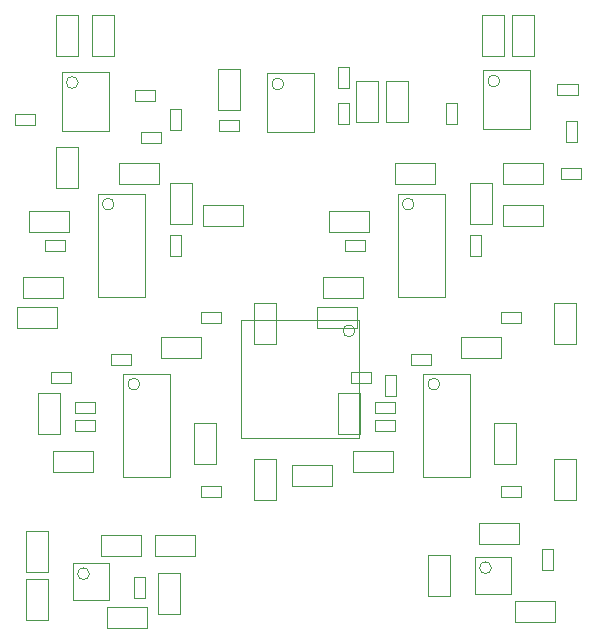
<source format=gbr>
G04 Layer_Color=16711935*
%FSLAX26Y26*%
%MOIN*%
%TF.FileFunction,Other,Mechanical_13*%
%TF.Part,Single*%
G01*
G75*
%TA.AperFunction,NonConductor*%
%ADD49C,0.003937*%
D49*
X2198661Y2015433D02*
G03*
X2198661Y2015433I-19685J0D01*
G01*
X1481890Y1837795D02*
G03*
X1481890Y1837795I-19685J0D01*
G01*
X1396378Y2437795D02*
G03*
X1396378Y2437795I-19685J0D01*
G01*
X2681890Y2847992D02*
G03*
X2681890Y2847992I-19685J0D01*
G01*
X1961890Y2837992D02*
G03*
X1961890Y2837992I-19685J0D01*
G01*
X1276378Y2842992D02*
G03*
X1276378Y2842992I-19685J0D01*
G01*
X1314094Y1205591D02*
G03*
X1314094Y1205591I-19685J0D01*
G01*
X2654095Y1225591D02*
G03*
X2654095Y1225591I-19685J0D01*
G01*
X2481890Y1837795D02*
G03*
X2481890Y1837795I-19685J0D01*
G01*
X2396378Y2437795D02*
G03*
X2396378Y2437795I-19685J0D01*
G01*
X2214409Y1657165D02*
Y2050866D01*
X1820709Y1657165D02*
Y2050866D01*
X2214409D01*
X1820709Y1657165D02*
X2214409D01*
X2124488Y1498583D02*
Y1569449D01*
X1990630Y1498583D02*
Y1569449D01*
X2124488D01*
X1990630Y1498583D02*
X2124488D01*
X1426772Y1527756D02*
X1584252D01*
X1426772Y1872244D02*
X1584252D01*
Y1527756D02*
Y1872244D01*
X1426772Y1527756D02*
Y1872244D01*
X1341260Y2127756D02*
X1498740D01*
X1341260Y2472244D02*
X1498740D01*
Y2127756D02*
Y2472244D01*
X1341260Y2127756D02*
Y2472244D01*
X2624567Y2933071D02*
X2695433D01*
X2624567Y3066929D02*
X2695433D01*
X2624567Y2933071D02*
Y3066929D01*
X2695433Y2933071D02*
Y3066929D01*
X2724567Y2933071D02*
X2795433D01*
X2724567Y3066929D02*
X2795433D01*
X2724567Y2933071D02*
Y3066929D01*
X2795433Y2933071D02*
Y3066929D01*
X1204567Y2933071D02*
X1275433D01*
X1204567Y3066929D02*
X1275433D01*
X1204567Y2933071D02*
Y3066929D01*
X1275433Y2933071D02*
Y3066929D01*
X1324567Y2933071D02*
X1395433D01*
X1324567Y3066929D02*
X1395433D01*
X1324567Y2933071D02*
Y3066929D01*
X1395433Y2933071D02*
Y3066929D01*
X2141299Y2705551D02*
Y2774449D01*
X2178701Y2705551D02*
Y2774449D01*
X2141299Y2705551D02*
X2178701D01*
X2141299Y2774449D02*
X2178701D01*
X1744567Y2886929D02*
X1815433D01*
X1744567Y2753071D02*
X1815433D01*
Y2886929D01*
X1744567Y2753071D02*
Y2886929D01*
X2304567Y2846929D02*
X2375433D01*
X2304567Y2713071D02*
X2375433D01*
Y2846929D01*
X2304567Y2713071D02*
Y2846929D01*
X2204567D02*
X2275433D01*
X2204567Y2713071D02*
X2275433D01*
Y2846929D01*
X2204567Y2713071D02*
Y2846929D01*
X2626772Y2686575D02*
Y2883425D01*
X2784252Y2686575D02*
Y2883425D01*
X2626772D02*
X2784252D01*
X2626772Y2686575D02*
X2784252D01*
X1906772Y2676575D02*
Y2873425D01*
X2064252Y2676575D02*
Y2873425D01*
X1906772D02*
X2064252D01*
X1906772Y2676575D02*
X2064252D01*
X1221260Y2681575D02*
Y2878425D01*
X1378740Y2681575D02*
Y2878425D01*
X1221260D02*
X1378740D01*
X1221260Y2681575D02*
X1378740D01*
X1461299Y1125551D02*
Y1194449D01*
X1498701Y1125551D02*
Y1194449D01*
X1461299Y1125551D02*
X1498701D01*
X1461299Y1194449D02*
X1498701D01*
X2613071Y1304567D02*
Y1375433D01*
X2746929Y1304567D02*
Y1375433D01*
X2613071D02*
X2746929D01*
X2613071Y1304567D02*
X2746929D01*
X2858701Y1217992D02*
Y1286890D01*
X2821299Y1217992D02*
Y1286890D01*
X2858701D01*
X2821299Y1217992D02*
X2858701D01*
X2444567Y1266929D02*
X2515433D01*
X2444567Y1133071D02*
X2515433D01*
Y1266929D01*
X2444567Y1133071D02*
Y1266929D01*
X2733071Y1044567D02*
Y1115433D01*
X2866929Y1044567D02*
Y1115433D01*
X2733071D02*
X2866929D01*
X2733071Y1044567D02*
X2866929D01*
X1544567Y1073071D02*
X1615433D01*
X1544567Y1206929D02*
X1615433D01*
X1544567Y1073071D02*
Y1206929D01*
X1615433Y1073071D02*
Y1206929D01*
X1353071Y1264567D02*
Y1335433D01*
X1486929Y1264567D02*
Y1335433D01*
X1353071D02*
X1486929D01*
X1353071Y1264567D02*
X1486929D01*
X1506929Y1024567D02*
Y1095433D01*
X1373071Y1024567D02*
Y1095433D01*
Y1024567D02*
X1506929D01*
X1373071Y1095433D02*
X1506929D01*
X1104567Y1346929D02*
X1175433D01*
X1104567Y1213071D02*
X1175433D01*
Y1346929D01*
X1104567Y1213071D02*
Y1346929D01*
Y1186929D02*
X1175433D01*
X1104567Y1053071D02*
X1175433D01*
Y1186929D01*
X1104567Y1053071D02*
Y1186929D01*
X1666929Y1264567D02*
Y1335433D01*
X1533071Y1264567D02*
Y1335433D01*
Y1264567D02*
X1666929D01*
X1533071Y1335433D02*
X1666929D01*
X1258976Y1118976D02*
X1381024D01*
X1258976Y1241024D02*
X1381024D01*
Y1118976D02*
Y1241024D01*
X1258976Y1118976D02*
Y1241024D01*
X2598976Y1138976D02*
X2721024D01*
X2598976Y1261024D02*
X2721024D01*
Y1138976D02*
Y1261024D01*
X2598976Y1138976D02*
Y1261024D01*
X2501299Y2705551D02*
Y2774449D01*
X2538701Y2705551D02*
Y2774449D01*
X2501299Y2705551D02*
X2538701D01*
X2501299Y2774449D02*
X2538701D01*
X2873110Y2838701D02*
X2942008D01*
X2873110Y2801299D02*
X2942008D01*
X2873110D02*
Y2838701D01*
X2942008Y2801299D02*
Y2838701D01*
X1745551Y2681299D02*
X1814449D01*
X1745551Y2718701D02*
X1814449D01*
Y2681299D02*
Y2718701D01*
X1745551Y2681299D02*
Y2718701D01*
X2178701Y2825551D02*
Y2894449D01*
X2141299Y2825551D02*
Y2894449D01*
X2178701D01*
X2141299Y2825551D02*
X2178701D01*
X1065551Y2701299D02*
X1134449D01*
X1065551Y2738701D02*
X1134449D01*
Y2701299D02*
Y2738701D01*
X1065551Y2701299D02*
Y2738701D01*
X1465551Y2818701D02*
X1534449D01*
X1465551Y2781299D02*
X1534449D01*
X1465551D02*
Y2818701D01*
X1534449Y2781299D02*
Y2818701D01*
X1385551Y1901299D02*
X1454449D01*
X1385551Y1938701D02*
X1454449D01*
Y1901299D02*
Y1938701D01*
X1385551Y1901299D02*
Y1938701D01*
X1265551Y1741299D02*
X1334449D01*
X1265551Y1778701D02*
X1334449D01*
Y1741299D02*
Y1778701D01*
X1265551Y1741299D02*
Y1778701D01*
X1185551Y1841299D02*
X1254449D01*
X1185551Y1878701D02*
X1254449D01*
Y1841299D02*
Y1878701D01*
X1185551Y1841299D02*
Y1878701D01*
X1265551Y1681299D02*
X1334449D01*
X1265551Y1718701D02*
X1334449D01*
Y1681299D02*
Y1718701D01*
X1265551Y1681299D02*
Y1718701D01*
X1581299Y2265551D02*
Y2334449D01*
X1618701Y2265551D02*
Y2334449D01*
X1581299Y2265551D02*
X1618701D01*
X1581299Y2334449D02*
X1618701D01*
X1581299Y2685551D02*
Y2754449D01*
X1618701Y2685551D02*
Y2754449D01*
X1581299Y2685551D02*
X1618701D01*
X1581299Y2754449D02*
X1618701D01*
X1485551Y2641299D02*
X1554449D01*
X1485551Y2678701D02*
X1554449D01*
Y2641299D02*
Y2678701D01*
X1485551Y2641299D02*
Y2678701D01*
X1165551Y2318701D02*
X1234449D01*
X1165551Y2281299D02*
X1234449D01*
X1165551D02*
Y2318701D01*
X1234449Y2281299D02*
Y2318701D01*
X2385551Y1901299D02*
X2454449D01*
X2385551Y1938701D02*
X2454449D01*
Y1901299D02*
Y1938701D01*
X2385551Y1901299D02*
Y1938701D01*
X2265551Y1741299D02*
X2334449D01*
X2265551Y1778701D02*
X2334449D01*
Y1741299D02*
Y1778701D01*
X2265551Y1741299D02*
Y1778701D01*
X2185551Y1841299D02*
X2254449D01*
X2185551Y1878701D02*
X2254449D01*
Y1841299D02*
Y1878701D01*
X2185551Y1841299D02*
Y1878701D01*
X2265551Y1681299D02*
X2334449D01*
X2265551Y1718701D02*
X2334449D01*
Y1681299D02*
Y1718701D01*
X2265551Y1681299D02*
Y1718701D01*
X2581299Y2265551D02*
Y2334449D01*
X2618701Y2265551D02*
Y2334449D01*
X2581299Y2265551D02*
X2618701D01*
X2581299Y2334449D02*
X2618701D01*
X2901299Y2645551D02*
Y2714449D01*
X2938701Y2645551D02*
Y2714449D01*
X2901299Y2645551D02*
X2938701D01*
X2901299Y2714449D02*
X2938701D01*
X2885551Y2521299D02*
X2954449D01*
X2885551Y2558701D02*
X2954449D01*
Y2521299D02*
Y2558701D01*
X2885551Y2521299D02*
Y2558701D01*
X2165551Y2318701D02*
X2234449D01*
X2165551Y2281299D02*
X2234449D01*
X2165551D02*
Y2318701D01*
X2234449Y2281299D02*
Y2318701D01*
X1204567Y2493071D02*
X1275433D01*
X1204567Y2626929D02*
X1275433D01*
X1204567Y2493071D02*
Y2626929D01*
X1275433Y2493071D02*
Y2626929D01*
X1073071Y2024567D02*
Y2095433D01*
X1206929Y2024567D02*
Y2095433D01*
X1073071D02*
X1206929D01*
X1073071Y2024567D02*
X1206929D01*
X2426772Y1527756D02*
X2584252D01*
X2426772Y1872244D02*
X2584252D01*
Y1527756D02*
Y1872244D01*
X2426772Y1527756D02*
Y1872244D01*
X2341260Y2127756D02*
X2498740D01*
X2341260Y2472244D02*
X2498740D01*
Y2127756D02*
Y2472244D01*
X2341260Y2127756D02*
Y2472244D01*
X2466929Y2504567D02*
Y2575433D01*
X2333071Y2504567D02*
Y2575433D01*
Y2504567D02*
X2466929D01*
X2333071Y2575433D02*
X2466929D01*
X2073071Y2024567D02*
Y2095433D01*
X2206929Y2024567D02*
Y2095433D01*
X2073071D02*
X2206929D01*
X2073071Y2024567D02*
X2206929D01*
X1685551Y2041299D02*
X1754449D01*
X1685551Y2078701D02*
X1754449D01*
Y2041299D02*
Y2078701D01*
X1685551Y2041299D02*
Y2078701D01*
X1113071Y2344567D02*
Y2415433D01*
X1246929Y2344567D02*
Y2415433D01*
X1113071D02*
X1246929D01*
X1113071Y2344567D02*
X1246929D01*
X1093071Y2124567D02*
Y2195433D01*
X1226929Y2124567D02*
Y2195433D01*
X1093071D02*
X1226929D01*
X1093071Y2124567D02*
X1226929D01*
X1693071Y2364567D02*
Y2435433D01*
X1826929Y2364567D02*
Y2435433D01*
X1693071D02*
X1826929D01*
X1693071Y2364567D02*
X1826929D01*
X1546929Y2504567D02*
Y2575433D01*
X1413071Y2504567D02*
Y2575433D01*
Y2504567D02*
X1546929D01*
X1413071Y2575433D02*
X1546929D01*
X1584567Y2506929D02*
X1655433D01*
X1584567Y2373071D02*
X1655433D01*
Y2506929D01*
X1584567Y2373071D02*
Y2506929D01*
X1864567Y2106929D02*
X1935433D01*
X1864567Y1973071D02*
X1935433D01*
Y2106929D01*
X1864567Y1973071D02*
Y2106929D01*
X1686929Y1924567D02*
Y1995433D01*
X1553071Y1924567D02*
Y1995433D01*
Y1924567D02*
X1686929D01*
X1553071Y1995433D02*
X1686929D01*
X1193071Y1544567D02*
Y1615433D01*
X1326929Y1544567D02*
Y1615433D01*
X1193071D02*
X1326929D01*
X1193071Y1544567D02*
X1326929D01*
X1685551Y1461299D02*
X1754449D01*
X1685551Y1498701D02*
X1754449D01*
Y1461299D02*
Y1498701D01*
X1685551Y1461299D02*
Y1498701D01*
X1864567Y1453071D02*
X1935433D01*
X1864567Y1586929D02*
X1935433D01*
X1864567Y1453071D02*
Y1586929D01*
X1935433Y1453071D02*
Y1586929D01*
X1664567Y1706929D02*
X1735433D01*
X1664567Y1573071D02*
X1735433D01*
Y1706929D01*
X1664567Y1573071D02*
Y1706929D01*
X1144567Y1673071D02*
X1215433D01*
X1144567Y1806929D02*
X1215433D01*
X1144567Y1673071D02*
Y1806929D01*
X1215433Y1673071D02*
Y1806929D01*
X2864567Y1453071D02*
X2935433D01*
X2864567Y1586929D02*
X2935433D01*
X2864567Y1453071D02*
Y1586929D01*
X2935433Y1453071D02*
Y1586929D01*
X2664567Y1706929D02*
X2735433D01*
X2664567Y1573071D02*
X2735433D01*
Y1706929D01*
X2664567Y1573071D02*
Y1706929D01*
X2093071Y2124567D02*
Y2195433D01*
X2226929Y2124567D02*
Y2195433D01*
X2093071D02*
X2226929D01*
X2093071Y2124567D02*
X2226929D01*
X2826929Y2504567D02*
Y2575433D01*
X2693071Y2504567D02*
Y2575433D01*
Y2504567D02*
X2826929D01*
X2693071Y2575433D02*
X2826929D01*
X2144567Y1673071D02*
X2215433D01*
X2144567Y1806929D02*
X2215433D01*
X2144567Y1673071D02*
Y1806929D01*
X2215433Y1673071D02*
Y1806929D01*
X2864567Y2106929D02*
X2935433D01*
X2864567Y1973071D02*
X2935433D01*
Y2106929D01*
X2864567Y1973071D02*
Y2106929D01*
X2686929Y1924567D02*
Y1995433D01*
X2553071Y1924567D02*
Y1995433D01*
Y1924567D02*
X2686929D01*
X2553071Y1995433D02*
X2686929D01*
X2693071Y2364567D02*
Y2435433D01*
X2826929Y2364567D02*
Y2435433D01*
X2693071D02*
X2826929D01*
X2693071Y2364567D02*
X2826929D01*
X2584567Y2506929D02*
X2655433D01*
X2584567Y2373071D02*
X2655433D01*
Y2506929D01*
X2584567Y2373071D02*
Y2506929D01*
X2193071Y1544567D02*
Y1615433D01*
X2326929Y1544567D02*
Y1615433D01*
X2193071D02*
X2326929D01*
X2193071Y1544567D02*
X2326929D01*
X2113071Y2344567D02*
Y2415433D01*
X2246929Y2344567D02*
Y2415433D01*
X2113071D02*
X2246929D01*
X2113071Y2344567D02*
X2246929D01*
X2685551Y1461299D02*
X2754449D01*
X2685551Y1498701D02*
X2754449D01*
Y1461299D02*
Y1498701D01*
X2685551Y1461299D02*
Y1498701D01*
Y2041299D02*
X2754449D01*
X2685551Y2078701D02*
X2754449D01*
Y2041299D02*
Y2078701D01*
X2685551Y2041299D02*
Y2078701D01*
X2336260Y1799567D02*
Y1868465D01*
X2298858Y1799567D02*
Y1868465D01*
Y1799567D02*
X2336260D01*
X2298858Y1868465D02*
X2336260D01*
%TF.MD5,b667ee650eac940428bffdf4b64172ac*%
M02*

</source>
